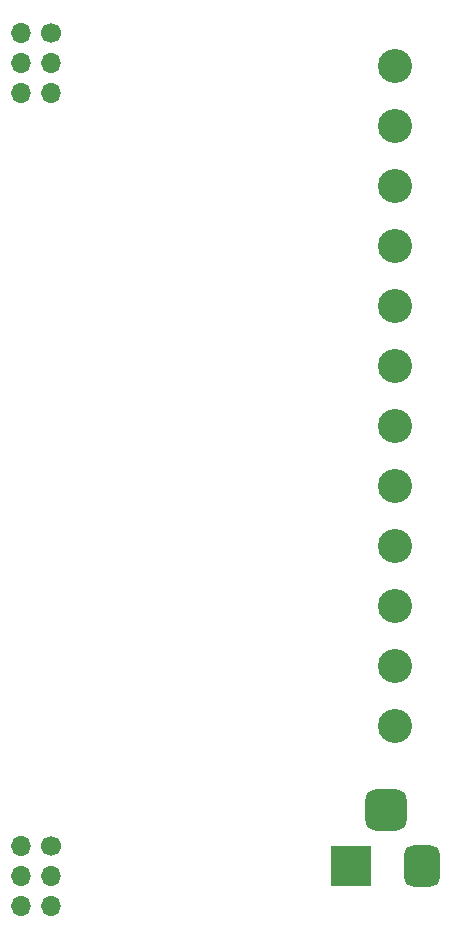
<source format=gbr>
%TF.GenerationSoftware,KiCad,Pcbnew,(7.0.0)*%
%TF.CreationDate,2023-04-06T13:36:02-07:00*%
%TF.ProjectId,Bottom_Board,426f7474-6f6d-45f4-926f-6172642e6b69,0*%
%TF.SameCoordinates,Original*%
%TF.FileFunction,Soldermask,Top*%
%TF.FilePolarity,Negative*%
%FSLAX46Y46*%
G04 Gerber Fmt 4.6, Leading zero omitted, Abs format (unit mm)*
G04 Created by KiCad (PCBNEW (7.0.0)) date 2023-04-06 13:36:02*
%MOMM*%
%LPD*%
G01*
G04 APERTURE LIST*
G04 Aperture macros list*
%AMRoundRect*
0 Rectangle with rounded corners*
0 $1 Rounding radius*
0 $2 $3 $4 $5 $6 $7 $8 $9 X,Y pos of 4 corners*
0 Add a 4 corners polygon primitive as box body*
4,1,4,$2,$3,$4,$5,$6,$7,$8,$9,$2,$3,0*
0 Add four circle primitives for the rounded corners*
1,1,$1+$1,$2,$3*
1,1,$1+$1,$4,$5*
1,1,$1+$1,$6,$7*
1,1,$1+$1,$8,$9*
0 Add four rect primitives between the rounded corners*
20,1,$1+$1,$2,$3,$4,$5,0*
20,1,$1+$1,$4,$5,$6,$7,0*
20,1,$1+$1,$6,$7,$8,$9,0*
20,1,$1+$1,$8,$9,$2,$3,0*%
G04 Aperture macros list end*
%ADD10C,1.700000*%
%ADD11O,1.700000X1.700000*%
%ADD12C,2.880000*%
%ADD13R,3.500000X3.500000*%
%ADD14RoundRect,0.750000X0.750000X1.000000X-0.750000X1.000000X-0.750000X-1.000000X0.750000X-1.000000X0*%
%ADD15RoundRect,0.875000X0.875000X0.875000X-0.875000X0.875000X-0.875000X-0.875000X0.875000X-0.875000X0*%
G04 APERTURE END LIST*
D10*
%TO.C,J1*%
X136961000Y-68326000D03*
D11*
X134420999Y-68325999D03*
X136960999Y-70865999D03*
X134420999Y-70865999D03*
X136960999Y-73405999D03*
X134420999Y-73405999D03*
%TD*%
D10*
%TO.C,J2*%
X136961000Y-137160000D03*
D11*
X134420999Y-137159999D03*
X136960999Y-139699999D03*
X134420999Y-139699999D03*
X136960999Y-142239999D03*
X134420999Y-142239999D03*
%TD*%
D12*
%TO.C,J3*%
X166082000Y-127000000D03*
X166082000Y-121920000D03*
X166082000Y-116840000D03*
X166082000Y-111760000D03*
X166082000Y-106680000D03*
X166082000Y-101600000D03*
X166082000Y-96520000D03*
X166082000Y-91440000D03*
X166082000Y-86360000D03*
X166082000Y-81280000D03*
X166082000Y-76200000D03*
X166082000Y-71120000D03*
%TD*%
D13*
%TO.C,J4*%
X162367999Y-138879499D03*
D14*
X168368000Y-138879500D03*
D15*
X165368000Y-134179500D03*
%TD*%
M02*

</source>
